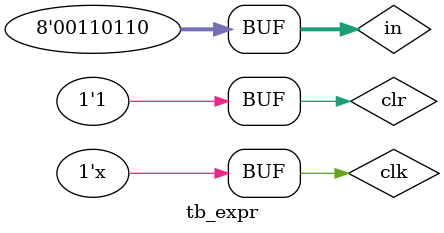
<source format=v>
`timescale 1ns / 1ps


module tb_expr;

	// Inputs
	reg clk;
	reg clr;
	reg [7:0] in;

	// Outputs
	wire out;

	// Instantiate the Unit Under Test (UUT)
	expr uut (
		.clk(clk), 
		.clr(clr), 
		.in(in), 
		.out(out)
	);

	always #5 clk = ~clk;
	initial begin
		// Initialize Inputs
		clk = 0;
		clr = 1;
		in = 0;

		// Wait 100 ns for global reset to finish
		#100;clr = 0;in = "1";
		#10;in = "+";
		#10;in = "3";
		#10;in = "*";
		#10;in = "9";
		#10;in = "0";
		#10;clr = 1;
		#10;clr = 0;
		#10;in = "+";
		#10;in = "1";
		#10;in = "+";
		#10;clr = 1;
		#10;clr = 0;
		#10;in = "1";
		#10;in = "+";
		#10;in = "+";
		#10;clr = 1;
		#10;clr = 0;
		#10;in = "1";
		#10;in = "0";
		#10;in = "+";
		#10;in = "2";
		#10;in = "6";
		#10;clr = 1;
	end
endmodule

</source>
